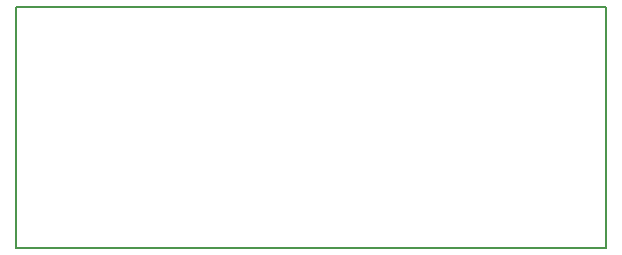
<source format=gm1>
%TF.GenerationSoftware,KiCad,Pcbnew,(5.1.10)-1*%
%TF.CreationDate,2021-11-25T10:31:52+01:00*%
%TF.ProjectId,CLIP_HOSTBOARD,434c4950-5f48-44f5-9354-424f4152442e,rev?*%
%TF.SameCoordinates,Original*%
%TF.FileFunction,Profile,NP*%
%FSLAX46Y46*%
G04 Gerber Fmt 4.6, Leading zero omitted, Abs format (unit mm)*
G04 Created by KiCad (PCBNEW (5.1.10)-1) date 2021-11-25 10:31:52*
%MOMM*%
%LPD*%
G01*
G04 APERTURE LIST*
%TA.AperFunction,Profile*%
%ADD10C,0.150000*%
%TD*%
G04 APERTURE END LIST*
D10*
X118700000Y-80500000D02*
X118700000Y-100900000D01*
X168700000Y-80500000D02*
X168700000Y-100900000D01*
X118700000Y-80500000D02*
X168700000Y-80500000D01*
X118700000Y-100900000D02*
X168700000Y-100900000D01*
M02*

</source>
